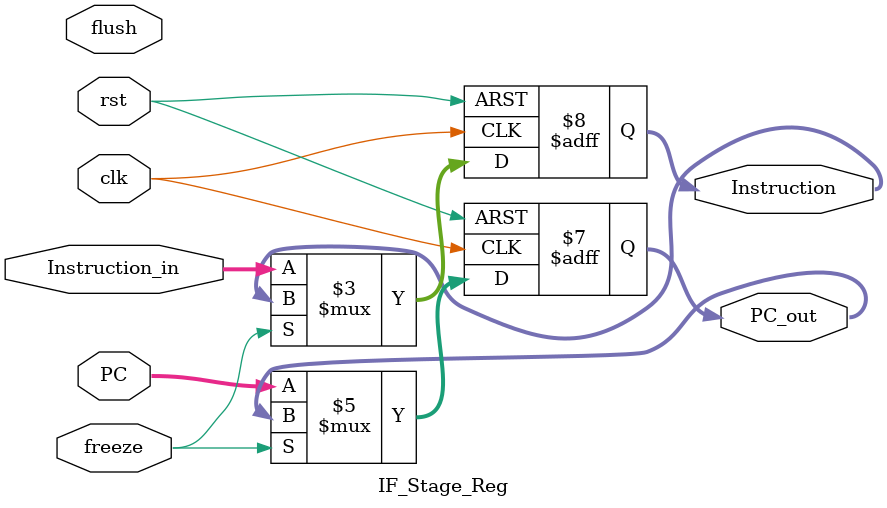
<source format=v>
module IF_Stage_Reg (
	input clk, rst, freeze, flush,
	input[31:0] PC, Instruction_in,
	output reg[31:0] PC_out, Instruction
);

always @(posedge clk, posedge rst) begin 
  if(rst) begin
    PC_out <= 32'd0; 
    Instruction <= 32'd0;
  end
  else if(~freeze) begin
    PC_out <= PC;
    Instruction <= Instruction_in;
  end
end

endmodule


</source>
